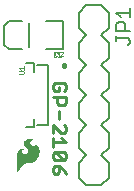
<source format=gbr>
G04 EAGLE Gerber RS-274X export*
G75*
%MOMM*%
%FSLAX34Y34*%
%LPD*%
%INSilkscreen Top*%
%IPPOS*%
%AMOC8*
5,1,8,0,0,1.08239X$1,22.5*%
G01*
%ADD10C,0.228600*%
%ADD11C,0.127000*%
%ADD12C,0.025400*%
%ADD13C,0.203200*%
%ADD14C,0.406400*%

G36*
X62240Y11331D02*
X62240Y11331D01*
X62244Y11329D01*
X62314Y11365D01*
X62324Y11370D01*
X62325Y11371D01*
X67197Y16853D01*
X68051Y17635D01*
X69041Y18224D01*
X69392Y18351D01*
X69760Y18416D01*
X72035Y18416D01*
X72040Y18418D01*
X72046Y18416D01*
X73410Y18540D01*
X73420Y18546D01*
X73432Y18544D01*
X74751Y18912D01*
X74759Y18920D01*
X74772Y18921D01*
X76002Y19521D01*
X76009Y19528D01*
X76020Y19531D01*
X77177Y20348D01*
X77182Y20356D01*
X77191Y20359D01*
X78222Y21331D01*
X78225Y21339D01*
X78231Y21341D01*
X78232Y21343D01*
X78234Y21344D01*
X79119Y22451D01*
X79121Y22461D01*
X79130Y22468D01*
X80077Y24149D01*
X80078Y24160D01*
X80086Y24170D01*
X80714Y25994D01*
X80713Y26005D01*
X80720Y26016D01*
X81008Y27923D01*
X81005Y27934D01*
X81010Y27946D01*
X81008Y27998D01*
X81000Y28250D01*
X80996Y28376D01*
X80996Y28377D01*
X80988Y28629D01*
X80980Y28882D01*
X80976Y29008D01*
X80968Y29260D01*
X80957Y29639D01*
X80949Y29874D01*
X80945Y29883D01*
X80947Y29895D01*
X80740Y30934D01*
X80735Y30942D01*
X80735Y30953D01*
X80377Y31950D01*
X80371Y31957D01*
X80370Y31968D01*
X79868Y32902D01*
X79859Y32909D01*
X79856Y32921D01*
X78949Y34058D01*
X78938Y34064D01*
X78931Y34077D01*
X77805Y34998D01*
X77762Y35010D01*
X77721Y35026D01*
X77716Y35024D01*
X77710Y35025D01*
X77672Y35004D01*
X77632Y34985D01*
X77629Y34979D01*
X77625Y34977D01*
X77617Y34948D01*
X77599Y34900D01*
X77599Y34020D01*
X77583Y33900D01*
X77539Y33797D01*
X77265Y33457D01*
X76904Y33209D01*
X76730Y33144D01*
X76192Y33086D01*
X75662Y33184D01*
X75174Y33433D01*
X74272Y34084D01*
X73860Y34438D01*
X73509Y34848D01*
X73226Y35306D01*
X73020Y35800D01*
X72961Y36100D01*
X72973Y36403D01*
X73130Y36922D01*
X73416Y37382D01*
X73811Y37752D01*
X74292Y38007D01*
X74782Y38146D01*
X75293Y38203D01*
X75896Y38203D01*
X75897Y38203D01*
X75919Y38212D01*
X75987Y38241D01*
X76022Y38333D01*
X76018Y38342D01*
X75984Y38418D01*
X75982Y38421D01*
X75981Y38422D01*
X75980Y38423D01*
X75959Y38443D01*
X75952Y38446D01*
X75948Y38454D01*
X75513Y38792D01*
X75498Y38796D01*
X75486Y38808D01*
X74982Y39029D01*
X74981Y39029D01*
X74625Y39181D01*
X74397Y39282D01*
X74387Y39283D01*
X74377Y39289D01*
X73499Y39509D01*
X73490Y39508D01*
X73480Y39512D01*
X72580Y39598D01*
X72570Y39594D01*
X72558Y39598D01*
X71690Y39532D01*
X71679Y39526D01*
X71666Y39527D01*
X70826Y39296D01*
X70816Y39288D01*
X70803Y39287D01*
X70023Y38899D01*
X70016Y38891D01*
X70005Y38888D01*
X69228Y38328D01*
X69224Y38321D01*
X69215Y38317D01*
X68519Y37659D01*
X68514Y37648D01*
X68503Y37640D01*
X68072Y37037D01*
X68069Y37022D01*
X68057Y37009D01*
X67790Y36317D01*
X67790Y36301D01*
X67782Y36286D01*
X67695Y35549D01*
X67700Y35534D01*
X67696Y35517D01*
X67795Y34782D01*
X67803Y34769D01*
X67803Y34752D01*
X68083Y34064D01*
X68092Y34055D01*
X68095Y34041D01*
X69282Y32283D01*
X69290Y32278D01*
X69294Y32267D01*
X70747Y30726D01*
X71117Y30291D01*
X71357Y29788D01*
X71459Y29240D01*
X71416Y28684D01*
X71230Y28159D01*
X70915Y27699D01*
X70490Y27334D01*
X69947Y27041D01*
X69361Y26843D01*
X68751Y26746D01*
X68040Y26781D01*
X67362Y26988D01*
X66756Y27353D01*
X66443Y27681D01*
X66237Y28085D01*
X66144Y28501D01*
X66144Y28929D01*
X66237Y29344D01*
X66309Y29482D01*
X66427Y29596D01*
X67251Y30195D01*
X67384Y30266D01*
X67522Y30294D01*
X67680Y30278D01*
X67723Y30292D01*
X67768Y30303D01*
X67770Y30307D01*
X67774Y30308D01*
X67794Y30349D01*
X67817Y30388D01*
X67816Y30392D01*
X67818Y30396D01*
X67803Y30439D01*
X67790Y30483D01*
X67787Y30485D01*
X67786Y30489D01*
X67748Y30508D01*
X67712Y30529D01*
X67229Y30605D01*
X67224Y30604D01*
X67219Y30606D01*
X66279Y30679D01*
X66270Y30676D01*
X66259Y30679D01*
X65319Y30606D01*
X65309Y30601D01*
X65297Y30602D01*
X64598Y30418D01*
X64588Y30410D01*
X64574Y30409D01*
X63926Y30088D01*
X63918Y30079D01*
X63904Y30075D01*
X63334Y29630D01*
X63328Y29619D01*
X63316Y29613D01*
X62846Y29063D01*
X62842Y29051D01*
X62831Y29042D01*
X62430Y28310D01*
X62429Y28297D01*
X62420Y28286D01*
X62180Y27487D01*
X62181Y27474D01*
X62175Y27461D01*
X62105Y26630D01*
X62107Y26624D01*
X62105Y26619D01*
X62105Y11455D01*
X62107Y11450D01*
X62105Y11446D01*
X62126Y11406D01*
X62143Y11364D01*
X62148Y11363D01*
X62150Y11358D01*
X62193Y11345D01*
X62235Y11329D01*
X62240Y11331D01*
G37*
D10*
X101269Y79538D02*
X103006Y81276D01*
X103006Y84750D01*
X101269Y86487D01*
X94320Y86487D01*
X92583Y84750D01*
X92583Y81276D01*
X94320Y79538D01*
X97794Y79538D01*
X97794Y83013D01*
X92583Y74793D02*
X103006Y74793D01*
X103006Y69582D01*
X101269Y67844D01*
X97794Y67844D01*
X96057Y69582D01*
X96057Y74793D01*
X97794Y63099D02*
X97794Y56150D01*
X92583Y51405D02*
X92583Y44457D01*
X92583Y51405D02*
X99532Y44457D01*
X101269Y44457D01*
X103006Y46194D01*
X103006Y49668D01*
X101269Y51405D01*
X99532Y39711D02*
X103006Y36237D01*
X92583Y36237D01*
X92583Y39711D02*
X92583Y32763D01*
X94320Y28017D02*
X101269Y28017D01*
X103006Y26280D01*
X103006Y22806D01*
X101269Y21069D01*
X94320Y21069D01*
X92583Y22806D01*
X92583Y26280D01*
X94320Y28017D01*
X101269Y21069D01*
X101269Y12849D02*
X103006Y9375D01*
X101269Y12849D02*
X97794Y16323D01*
X94320Y16323D01*
X92583Y14586D01*
X92583Y11112D01*
X94320Y9375D01*
X96057Y9375D01*
X97794Y11112D01*
X97794Y16323D01*
D11*
X76500Y96200D02*
X76500Y103400D01*
X69500Y103400D01*
X69400Y48900D02*
X76600Y48900D01*
X76600Y55900D01*
X78740Y101600D02*
X88138Y101600D01*
X88138Y50800D01*
X78740Y50800D01*
D12*
X66801Y94243D02*
X63624Y94243D01*
X66801Y94243D02*
X67437Y94878D01*
X67437Y96149D01*
X66801Y96785D01*
X63624Y96785D01*
X64895Y97985D02*
X63624Y99256D01*
X67437Y99256D01*
X67437Y97985D02*
X67437Y100527D01*
D13*
X133350Y25400D02*
X139700Y19050D01*
X139700Y6350D01*
X133350Y0D01*
X120650Y0D02*
X114300Y6350D01*
X114300Y19050D01*
X120650Y25400D01*
X139700Y57150D02*
X139700Y69850D01*
X139700Y57150D02*
X133350Y50800D01*
X120650Y50800D02*
X114300Y57150D01*
X133350Y50800D02*
X139700Y44450D01*
X139700Y31750D01*
X133350Y25400D01*
X120650Y25400D02*
X114300Y31750D01*
X114300Y44450D01*
X120650Y50800D01*
X139700Y95250D02*
X133350Y101600D01*
X139700Y95250D02*
X139700Y82550D01*
X133350Y76200D01*
X120650Y76200D02*
X114300Y82550D01*
X114300Y95250D01*
X120650Y101600D01*
X133350Y76200D02*
X139700Y69850D01*
X120650Y76200D02*
X114300Y69850D01*
X114300Y57150D01*
X139700Y133350D02*
X139700Y146050D01*
X139700Y133350D02*
X133350Y127000D01*
X120650Y127000D02*
X114300Y133350D01*
X133350Y127000D02*
X139700Y120650D01*
X139700Y107950D01*
X133350Y101600D01*
X120650Y101600D02*
X114300Y107950D01*
X114300Y120650D01*
X120650Y127000D01*
X120650Y152400D02*
X133350Y152400D01*
X139700Y146050D01*
X120650Y152400D02*
X114300Y146050D01*
X114300Y133350D01*
X120650Y0D02*
X133350Y0D01*
D11*
X155446Y118715D02*
X157353Y120622D01*
X157353Y122528D01*
X155446Y124435D01*
X145913Y124435D01*
X145913Y122528D02*
X145913Y126342D01*
X145913Y130409D02*
X157353Y130409D01*
X145913Y130409D02*
X145913Y136129D01*
X147820Y138036D01*
X151633Y138036D01*
X153540Y136129D01*
X153540Y130409D01*
X149727Y142103D02*
X145913Y145916D01*
X157353Y145916D01*
X157353Y142103D02*
X157353Y149729D01*
D14*
X101600Y101905D02*
X101600Y101295D01*
D12*
X95379Y111890D02*
X94744Y112525D01*
X93473Y112525D01*
X92837Y111890D01*
X92837Y109348D01*
X93473Y108712D01*
X94744Y108712D01*
X95379Y109348D01*
X96579Y111254D02*
X97850Y112525D01*
X97850Y108712D01*
X96579Y108712D02*
X99121Y108712D01*
D13*
X101200Y139000D02*
X86200Y139000D01*
X101200Y139000D02*
X101200Y115000D01*
X86200Y115000D01*
X66200Y139000D02*
X55200Y139000D01*
X51200Y135000D01*
X51200Y119000D01*
X55200Y115000D01*
X66200Y115000D01*
D11*
X72390Y116840D02*
X72390Y137160D01*
D12*
X96149Y113066D02*
X96785Y112431D01*
X96149Y113066D02*
X94878Y113066D01*
X94243Y112431D01*
X94243Y109889D01*
X94878Y109253D01*
X96149Y109253D01*
X96785Y109889D01*
X97985Y109253D02*
X100527Y109253D01*
X97985Y109253D02*
X100527Y111795D01*
X100527Y112431D01*
X99892Y113066D01*
X98620Y113066D01*
X97985Y112431D01*
M02*

</source>
